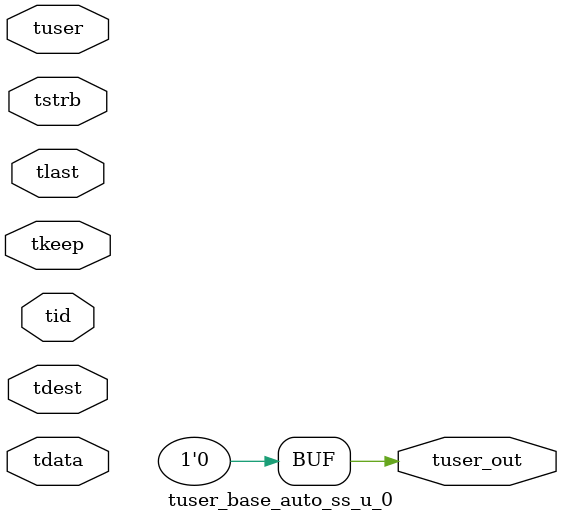
<source format=v>


`timescale 1ps/1ps

module tuser_base_auto_ss_u_0 #
(
parameter C_S_AXIS_TUSER_WIDTH = 1,
parameter C_S_AXIS_TDATA_WIDTH = 32,
parameter C_S_AXIS_TID_WIDTH   = 0,
parameter C_S_AXIS_TDEST_WIDTH = 0,
parameter C_M_AXIS_TUSER_WIDTH = 1
)
(
input  [(C_S_AXIS_TUSER_WIDTH == 0 ? 1 : C_S_AXIS_TUSER_WIDTH)-1:0     ] tuser,
input  [(C_S_AXIS_TDATA_WIDTH == 0 ? 1 : C_S_AXIS_TDATA_WIDTH)-1:0     ] tdata,
input  [(C_S_AXIS_TID_WIDTH   == 0 ? 1 : C_S_AXIS_TID_WIDTH)-1:0       ] tid,
input  [(C_S_AXIS_TDEST_WIDTH == 0 ? 1 : C_S_AXIS_TDEST_WIDTH)-1:0     ] tdest,
input  [(C_S_AXIS_TDATA_WIDTH/8)-1:0 ] tkeep,
input  [(C_S_AXIS_TDATA_WIDTH/8)-1:0 ] tstrb,
input                                                                    tlast,
output [C_M_AXIS_TUSER_WIDTH-1:0] tuser_out
);

assign tuser_out = {1'b0};

endmodule


</source>
